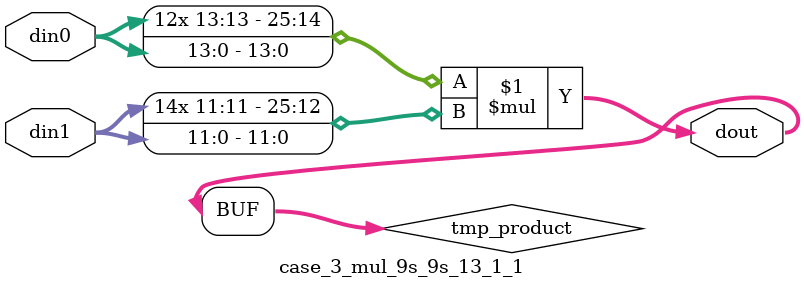
<source format=v>

`timescale 1 ns / 1 ps

 module case_3_mul_9s_9s_13_1_1(din0, din1, dout);
parameter ID = 1;
parameter NUM_STAGE = 0;
parameter din0_WIDTH = 14;
parameter din1_WIDTH = 12;
parameter dout_WIDTH = 26;

input [din0_WIDTH - 1 : 0] din0; 
input [din1_WIDTH - 1 : 0] din1; 
output [dout_WIDTH - 1 : 0] dout;

wire signed [dout_WIDTH - 1 : 0] tmp_product;



























assign tmp_product = $signed(din0) * $signed(din1);








assign dout = tmp_product;





















endmodule

</source>
